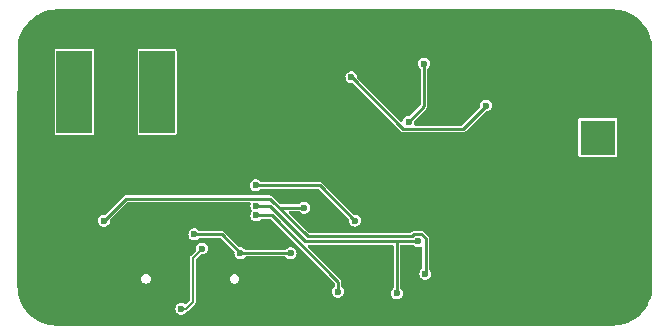
<source format=gbr>
%TF.GenerationSoftware,KiCad,Pcbnew,(6.0.6-0)*%
%TF.CreationDate,2022-07-30T19:28:33+02:00*%
%TF.ProjectId,smoke_extractorV1_1,736d6f6b-655f-4657-9874-726163746f72,rev?*%
%TF.SameCoordinates,Original*%
%TF.FileFunction,Copper,L2,Bot*%
%TF.FilePolarity,Positive*%
%FSLAX46Y46*%
G04 Gerber Fmt 4.6, Leading zero omitted, Abs format (unit mm)*
G04 Created by KiCad (PCBNEW (6.0.6-0)) date 2022-07-30 19:28:33*
%MOMM*%
%LPD*%
G01*
G04 APERTURE LIST*
G04 Aperture macros list*
%AMFreePoly0*
4,1,5,3.500000,-1.500000,-3.500000,-1.500000,-3.500000,1.500000,3.500000,1.500000,3.500000,-1.500000,3.500000,-1.500000,$1*%
G04 Aperture macros list end*
%TA.AperFunction,ComponentPad*%
%ADD10C,5.700000*%
%TD*%
%TA.AperFunction,ComponentPad*%
%ADD11R,3.000000X3.000000*%
%TD*%
%TA.AperFunction,ComponentPad*%
%ADD12C,3.000000*%
%TD*%
%TA.AperFunction,ComponentPad*%
%ADD13FreePoly0,270.000000*%
%TD*%
%TA.AperFunction,ComponentPad*%
%ADD14O,1.500000X1.200000*%
%TD*%
%TA.AperFunction,ViaPad*%
%ADD15C,0.600000*%
%TD*%
%TA.AperFunction,Conductor*%
%ADD16C,0.250000*%
%TD*%
%TA.AperFunction,Conductor*%
%ADD17C,0.200000*%
%TD*%
G04 APERTURE END LIST*
D10*
%TO.P,H2,1,1*%
%TO.N,GND*%
X142750000Y-99500000D03*
%TD*%
D11*
%TO.P,J2,1,Pin_1*%
%TO.N,VBOOST_OUT*%
X141500000Y-106960000D03*
D12*
%TO.P,J2,2,Pin_2*%
%TO.N,GND*%
X141500000Y-112040000D03*
%TD*%
D10*
%TO.P,H1,1,1*%
%TO.N,GND*%
X95750000Y-119500000D03*
%TD*%
D13*
%TO.P,U2,1,IN*%
%TO.N,VBUS_OPEN*%
X97195000Y-103095000D03*
%TO.P,U2,2,OUT*%
%TO.N,VBUS_SWITCH*%
X104195000Y-103095000D03*
%TD*%
D14*
%TO.P,J1,S1,SHIELD*%
%TO.N,GND*%
X104600000Y-116750000D03*
X104600000Y-121050000D03*
X109400000Y-116750000D03*
X109400000Y-121050000D03*
%TD*%
D10*
%TO.P,H3,1,1*%
%TO.N,GND*%
X142750000Y-119500000D03*
%TD*%
D15*
%TO.N,GND*%
X112500000Y-118000000D03*
X112500000Y-119000000D03*
X112500000Y-97500000D03*
X108500000Y-97500000D03*
X107500000Y-97500000D03*
X111500000Y-97500000D03*
X110500000Y-97500000D03*
X109500000Y-97500000D03*
X101500000Y-97500000D03*
X103500000Y-97500000D03*
X105500000Y-97500000D03*
X102500000Y-97500000D03*
X106500000Y-97500000D03*
X104500000Y-97500000D03*
X99500000Y-97500000D03*
X96500000Y-97500000D03*
X95500000Y-97500000D03*
X98500000Y-97500000D03*
X100500000Y-97500000D03*
X97500000Y-97500000D03*
X98500000Y-98500000D03*
X99500000Y-98500000D03*
X97500000Y-98500000D03*
X95500000Y-98500000D03*
X96500000Y-98500000D03*
X100500000Y-98500000D03*
X104500000Y-98500000D03*
X105500000Y-98500000D03*
X102500000Y-98500000D03*
X106500000Y-98500000D03*
X103500000Y-98500000D03*
X101500000Y-98500000D03*
X134500000Y-97500000D03*
X139500000Y-103500000D03*
X137500000Y-101500000D03*
X136500000Y-99500000D03*
X139500000Y-102500000D03*
X139500000Y-101500000D03*
X138500000Y-101500000D03*
X138500000Y-102500000D03*
X137500000Y-99500000D03*
X138500000Y-100500000D03*
X138500000Y-99500000D03*
X137500000Y-100500000D03*
X137500000Y-97500000D03*
X137500000Y-98500000D03*
X138500000Y-98500000D03*
X138500000Y-97500000D03*
X136500000Y-97500000D03*
X135500000Y-97500000D03*
X135500000Y-98500000D03*
X136500000Y-98500000D03*
X135500000Y-107000000D03*
X134000000Y-105000000D03*
X134000000Y-106000000D03*
X135500000Y-113000000D03*
X135500000Y-114000000D03*
X136500000Y-114000000D03*
X136500000Y-109000000D03*
X136500000Y-108000000D03*
X136500000Y-113000000D03*
X136500000Y-112000000D03*
X135500000Y-108000000D03*
X135500000Y-109000000D03*
X136500000Y-111000000D03*
X135500000Y-110000000D03*
X136500000Y-110000000D03*
X135500000Y-112000000D03*
X135500000Y-111000000D03*
X104500000Y-108500000D03*
X103500000Y-108500000D03*
X105500000Y-108500000D03*
X106500000Y-108500000D03*
X98000000Y-112000000D03*
X98000000Y-111000000D03*
X94000000Y-111000000D03*
X95000000Y-112000000D03*
X94000000Y-112000000D03*
X95000000Y-111000000D03*
X97000000Y-112000000D03*
X96000000Y-111000000D03*
X97000000Y-111000000D03*
X96000000Y-112000000D03*
X116500000Y-98500000D03*
X115500000Y-98500000D03*
X107500000Y-99500000D03*
X107500000Y-98500000D03*
X109500000Y-98500000D03*
X111500000Y-99500000D03*
X109500000Y-99500000D03*
X111500000Y-98500000D03*
X108500000Y-99500000D03*
X112500000Y-99500000D03*
X112500000Y-98500000D03*
X108500000Y-98500000D03*
X110500000Y-99500000D03*
X110500000Y-98500000D03*
X112500000Y-106500000D03*
X111500000Y-103500000D03*
X111500000Y-107500000D03*
X111500000Y-105500000D03*
X111500000Y-106500000D03*
X111500000Y-108500000D03*
X111500000Y-104500000D03*
X112500000Y-105500000D03*
X112500000Y-107500000D03*
X112500000Y-108500000D03*
X112500000Y-104500000D03*
X112500000Y-103500000D03*
X109500000Y-103500000D03*
X107500000Y-104500000D03*
X108500000Y-104500000D03*
X109500000Y-104500000D03*
X110500000Y-104500000D03*
X110500000Y-103500000D03*
X107500000Y-107500000D03*
X107500000Y-108500000D03*
X108500000Y-107500000D03*
X110500000Y-108500000D03*
X110500000Y-107500000D03*
X109500000Y-108500000D03*
X109500000Y-107500000D03*
X108500000Y-108500000D03*
X107500000Y-103500000D03*
X109500000Y-105500000D03*
X110500000Y-105500000D03*
X110500000Y-106500000D03*
X108500000Y-106500000D03*
X109500000Y-106500000D03*
X107500000Y-106500000D03*
X108500000Y-103500000D03*
X107500000Y-105500000D03*
X108500000Y-105500000D03*
X126000000Y-114000000D03*
X129000000Y-114000000D03*
X128000000Y-114000000D03*
X127000000Y-114000000D03*
X126000000Y-113000000D03*
X127000000Y-113000000D03*
X129000000Y-113000000D03*
X128000000Y-113000000D03*
X129000000Y-112000000D03*
X127000000Y-112000000D03*
X128000000Y-112000000D03*
X126000000Y-112000000D03*
X128000000Y-111000000D03*
X129000000Y-111000000D03*
X126000000Y-111000000D03*
X127000000Y-111000000D03*
X126000000Y-110000000D03*
X127000000Y-110000000D03*
X128000000Y-110000000D03*
X129000000Y-110000000D03*
X128000000Y-109000000D03*
X129000000Y-109000000D03*
X126000000Y-109000000D03*
X127000000Y-109000000D03*
X129000000Y-108000000D03*
X128000000Y-108000000D03*
X127000000Y-108000000D03*
X126000000Y-108000000D03*
%TO.N,VBUS_RAW*%
X111250000Y-116750000D03*
X107350000Y-115150000D03*
X115500000Y-116750000D03*
%TO.N,GND*%
X122500000Y-120000000D03*
%TO.N,Net-(C3-Pad1)*%
X126800000Y-100700000D03*
X125481201Y-105612500D03*
%TO.N,CHG_DET*%
X112600000Y-113550000D03*
X119500000Y-120000000D03*
%TO.N,CC1_DET*%
X112600000Y-112750000D03*
X126300000Y-115750000D03*
X124500000Y-120150000D03*
%TO.N,CC2_DET*%
X112550000Y-111000000D03*
X120950000Y-113987500D03*
%TO.N,D-*%
X106250000Y-121450000D03*
X108000000Y-116350000D03*
%TO.N,V_CC_REF*%
X126900000Y-118500000D03*
X99700000Y-114000000D03*
X116650000Y-112887500D03*
%TO.N,Net-(R16-Pad2)*%
X120650000Y-101850000D03*
X132050000Y-104250000D03*
%TD*%
D16*
%TO.N,VBUS_RAW*%
X109650000Y-115150000D02*
X111250000Y-116750000D01*
X111250000Y-116750000D02*
X115500000Y-116750000D01*
X107350000Y-115150000D02*
X109650000Y-115150000D01*
%TO.N,Net-(C3-Pad1)*%
X126800000Y-104300000D02*
X125500000Y-105600000D01*
X126800000Y-100700000D02*
X126800000Y-104300000D01*
%TO.N,CHG_DET*%
X119500000Y-120000000D02*
X119500000Y-119150000D01*
X113900000Y-113550000D02*
X112600000Y-113550000D01*
X119500000Y-119150000D02*
X113900000Y-113550000D01*
%TO.N,CC1_DET*%
X124456802Y-115756802D02*
X126293198Y-115756802D01*
X124500000Y-120150000D02*
X124500000Y-115800000D01*
X113736396Y-112750000D02*
X116743198Y-115756802D01*
X126293198Y-115756802D02*
X126300000Y-115750000D01*
X112600000Y-112750000D02*
X113736396Y-112750000D01*
X116743198Y-115756802D02*
X124456802Y-115756802D01*
X124500000Y-115800000D02*
X124456802Y-115756802D01*
%TO.N,CC2_DET*%
X120950000Y-113987500D02*
X117962500Y-111000000D01*
X117962500Y-111000000D02*
X112550000Y-111000000D01*
D17*
%TO.N,D-*%
X106650000Y-121450000D02*
X106250000Y-121450000D01*
X107200000Y-120900000D02*
X106650000Y-121450000D01*
X107200000Y-117150000D02*
X107200000Y-120900000D01*
X108000000Y-116350000D02*
X107200000Y-117150000D01*
D16*
%TO.N,V_CC_REF*%
X126558884Y-115125000D02*
X126925000Y-115491116D01*
X125964762Y-115123346D02*
X126541844Y-115123346D01*
X101575000Y-112125000D02*
X113747792Y-112125000D01*
X113747792Y-112125000D02*
X116929594Y-115306802D01*
X125800000Y-115306802D02*
X125981802Y-115125000D01*
X126925000Y-118475000D02*
X126900000Y-118500000D01*
X126925000Y-115491116D02*
X126925000Y-118475000D01*
X99700000Y-114000000D02*
X101575000Y-112125000D01*
X116929594Y-115306802D02*
X125800000Y-115306802D01*
X116650000Y-112887500D02*
X114510292Y-112887500D01*
%TO.N,Net-(R16-Pad2)*%
X120667040Y-101851654D02*
X125042040Y-106226654D01*
X130092040Y-106226654D02*
X132067040Y-104251654D01*
X125042040Y-106226654D02*
X130092040Y-106226654D01*
%TD*%
%TA.AperFunction,Conductor*%
%TO.N,GND*%
G36*
X142744392Y-96102669D02*
G01*
X142759477Y-96102625D01*
X142775510Y-96106871D01*
X142787019Y-96103752D01*
X142789454Y-96104459D01*
X142789523Y-96103073D01*
X143119982Y-96119539D01*
X143133175Y-96120895D01*
X143300277Y-96147036D01*
X143467374Y-96173175D01*
X143480361Y-96175914D01*
X143643784Y-96219487D01*
X143807212Y-96263060D01*
X143819829Y-96267148D01*
X144135695Y-96388191D01*
X144147820Y-96393586D01*
X144154505Y-96396993D01*
X144449200Y-96547184D01*
X144460691Y-96553825D01*
X144744233Y-96738268D01*
X144754963Y-96746081D01*
X145017541Y-96959337D01*
X145027389Y-96968236D01*
X145229167Y-97170864D01*
X145266071Y-97207924D01*
X145274928Y-97217809D01*
X145487074Y-97481277D01*
X145494842Y-97492039D01*
X145678096Y-97776361D01*
X145684688Y-97787880D01*
X145688043Y-97794530D01*
X145837019Y-98089904D01*
X145842363Y-98102053D01*
X145962074Y-98418417D01*
X145966111Y-98431061D01*
X146051879Y-98758263D01*
X146054564Y-98771261D01*
X146105438Y-99105681D01*
X146106740Y-99118890D01*
X146121823Y-99449552D01*
X146120789Y-99449599D01*
X146121261Y-99451588D01*
X146118005Y-99463404D01*
X146122184Y-99479457D01*
X146122084Y-99493552D01*
X146122500Y-99496804D01*
X146122500Y-119494485D01*
X146122027Y-119498214D01*
X146122153Y-119511820D01*
X146118008Y-119527886D01*
X146121270Y-119539622D01*
X146120611Y-119541944D01*
X146121930Y-119541998D01*
X146112705Y-119768963D01*
X146109331Y-119851960D01*
X146108194Y-119864480D01*
X146063666Y-120179456D01*
X146061288Y-120191800D01*
X145985600Y-120500751D01*
X145982004Y-120512796D01*
X145875905Y-120812678D01*
X145871126Y-120824306D01*
X145755985Y-121068963D01*
X145735671Y-121112126D01*
X145729759Y-121123216D01*
X145695437Y-121180514D01*
X145566299Y-121396102D01*
X145559309Y-121406551D01*
X145369472Y-121661790D01*
X145361476Y-121671490D01*
X145147149Y-121906544D01*
X145138226Y-121915399D01*
X144901546Y-122127924D01*
X144891785Y-122135846D01*
X144635104Y-122323730D01*
X144624602Y-122330640D01*
X144350481Y-122492009D01*
X144339344Y-122497838D01*
X144050496Y-122631095D01*
X144038832Y-122635785D01*
X143738149Y-122739594D01*
X143726076Y-122743098D01*
X143416553Y-122816426D01*
X143404192Y-122818710D01*
X143283104Y-122834887D01*
X143088889Y-122860833D01*
X143076376Y-122861872D01*
X142766490Y-122872101D01*
X142766455Y-122871037D01*
X142764398Y-122871502D01*
X142752232Y-122868021D01*
X142736138Y-122872043D01*
X142724166Y-122871840D01*
X142718804Y-122872500D01*
X95770728Y-122872500D01*
X95764462Y-122871743D01*
X95753391Y-122871981D01*
X95737281Y-122868032D01*
X95725620Y-122871426D01*
X95723272Y-122870791D01*
X95723234Y-122872121D01*
X95723233Y-122872121D01*
X95677082Y-122870789D01*
X95412300Y-122863146D01*
X95399679Y-122862144D01*
X95083482Y-122820989D01*
X95071026Y-122818727D01*
X94967429Y-122794469D01*
X94760557Y-122746030D01*
X94748384Y-122742526D01*
X94446779Y-122639023D01*
X94435020Y-122634314D01*
X94145328Y-122501049D01*
X94134130Y-122495198D01*
X93859267Y-122333512D01*
X93848699Y-122326557D01*
X93844841Y-122323730D01*
X93591476Y-122138101D01*
X93581647Y-122130110D01*
X93344656Y-121916788D01*
X93335679Y-121907851D01*
X93121300Y-121671808D01*
X93113266Y-121662015D01*
X93063114Y-121594199D01*
X92951907Y-121443823D01*
X105744391Y-121443823D01*
X105762980Y-121585979D01*
X105766597Y-121594199D01*
X105809421Y-121691523D01*
X105820720Y-121717203D01*
X105912970Y-121826948D01*
X106032313Y-121906390D01*
X106169157Y-121949142D01*
X106178129Y-121949306D01*
X106178132Y-121949307D01*
X106243463Y-121950504D01*
X106312499Y-121951770D01*
X106321533Y-121949307D01*
X106442158Y-121916421D01*
X106442160Y-121916420D01*
X106450817Y-121914060D01*
X106572991Y-121839045D01*
X106669200Y-121732754D01*
X106670340Y-121733786D01*
X106717374Y-121694825D01*
X106727998Y-121691523D01*
X106735569Y-121688387D01*
X106747741Y-121685966D01*
X106758057Y-121679073D01*
X106758059Y-121679072D01*
X106777535Y-121666058D01*
X106777536Y-121666057D01*
X106820286Y-121637493D01*
X106830601Y-121630601D01*
X106837493Y-121620286D01*
X106837495Y-121620284D01*
X106837688Y-121619995D01*
X106853358Y-121600902D01*
X107350902Y-121103358D01*
X107369995Y-121087688D01*
X107370284Y-121087495D01*
X107370286Y-121087493D01*
X107380601Y-121080601D01*
X107435966Y-120997740D01*
X107450500Y-120924674D01*
X107450500Y-120924673D01*
X107451978Y-120917243D01*
X107452987Y-120912172D01*
X107452987Y-120912171D01*
X107455408Y-120900000D01*
X107452921Y-120887497D01*
X107450500Y-120862915D01*
X107450500Y-118900000D01*
X110334542Y-118900000D01*
X110336093Y-118909793D01*
X110350635Y-119001605D01*
X110354876Y-119028384D01*
X110413887Y-119144200D01*
X110505800Y-119236113D01*
X110621616Y-119295124D01*
X110631405Y-119296674D01*
X110631407Y-119296675D01*
X110740207Y-119313907D01*
X110750000Y-119315458D01*
X110759793Y-119313907D01*
X110868593Y-119296675D01*
X110868595Y-119296674D01*
X110878384Y-119295124D01*
X110994200Y-119236113D01*
X111086113Y-119144200D01*
X111145124Y-119028384D01*
X111149366Y-119001605D01*
X111163907Y-118909793D01*
X111165458Y-118900000D01*
X111145124Y-118771616D01*
X111086113Y-118655800D01*
X110994200Y-118563887D01*
X110878384Y-118504876D01*
X110868595Y-118503326D01*
X110868593Y-118503325D01*
X110759793Y-118486093D01*
X110750000Y-118484542D01*
X110740207Y-118486093D01*
X110631407Y-118503325D01*
X110631405Y-118503326D01*
X110621616Y-118504876D01*
X110505800Y-118563887D01*
X110413887Y-118655800D01*
X110354876Y-118771616D01*
X110334542Y-118900000D01*
X107450500Y-118900000D01*
X107450500Y-117305951D01*
X107470502Y-117237830D01*
X107487405Y-117216856D01*
X107819562Y-116884699D01*
X107881874Y-116850673D01*
X107919147Y-116849675D01*
X107919157Y-116849142D01*
X108062499Y-116851770D01*
X108071163Y-116849408D01*
X108192158Y-116816421D01*
X108192160Y-116816420D01*
X108200817Y-116814060D01*
X108322991Y-116739045D01*
X108419200Y-116632754D01*
X108481710Y-116503733D01*
X108505496Y-116362354D01*
X108505647Y-116350000D01*
X108497473Y-116292924D01*
X108486596Y-116216968D01*
X108486595Y-116216965D01*
X108485323Y-116208082D01*
X108425984Y-116077572D01*
X108386977Y-116032302D01*
X108338260Y-115975763D01*
X108338257Y-115975760D01*
X108332400Y-115968963D01*
X108212095Y-115890985D01*
X108074739Y-115849907D01*
X108065763Y-115849852D01*
X108065762Y-115849852D01*
X108005555Y-115849484D01*
X107931376Y-115849031D01*
X107793529Y-115888428D01*
X107672280Y-115964930D01*
X107577377Y-116072388D01*
X107516447Y-116202163D01*
X107509404Y-116247397D01*
X107497638Y-116322969D01*
X107494391Y-116343823D01*
X107495555Y-116352725D01*
X107495555Y-116352729D01*
X107504560Y-116421589D01*
X107493560Y-116491728D01*
X107468719Y-116527021D01*
X107049098Y-116946642D01*
X107030005Y-116962312D01*
X107029716Y-116962505D01*
X107029714Y-116962507D01*
X107019399Y-116969399D01*
X107012507Y-116979714D01*
X107012505Y-116979716D01*
X106995942Y-117004505D01*
X106995941Y-117004507D01*
X106970927Y-117041942D01*
X106970926Y-117041944D01*
X106964034Y-117052259D01*
X106944592Y-117150000D01*
X106947013Y-117162171D01*
X106947013Y-117162172D01*
X106947079Y-117162504D01*
X106949500Y-117187085D01*
X106949500Y-120744050D01*
X106929498Y-120812171D01*
X106912595Y-120833145D01*
X106711745Y-121033995D01*
X106649433Y-121068021D01*
X106578618Y-121062956D01*
X106554125Y-121050636D01*
X106462095Y-120990985D01*
X106324739Y-120949907D01*
X106315763Y-120949852D01*
X106315762Y-120949852D01*
X106255555Y-120949484D01*
X106181376Y-120949031D01*
X106043529Y-120988428D01*
X105922280Y-121064930D01*
X105827377Y-121172388D01*
X105766447Y-121302163D01*
X105765066Y-121311035D01*
X105750336Y-121405643D01*
X105744391Y-121443823D01*
X92951907Y-121443823D01*
X92923669Y-121405639D01*
X92916661Y-121395092D01*
X92861438Y-121302163D01*
X92753763Y-121120971D01*
X92747850Y-121109774D01*
X92613300Y-120820686D01*
X92608539Y-120808948D01*
X92553816Y-120651770D01*
X92503698Y-120507818D01*
X92500140Y-120495666D01*
X92489570Y-120451413D01*
X92426055Y-120185498D01*
X92423741Y-120173070D01*
X92381178Y-119857060D01*
X92380120Y-119844437D01*
X92369762Y-119533592D01*
X92370792Y-119533558D01*
X92370342Y-119531565D01*
X92373799Y-119519486D01*
X92369778Y-119503392D01*
X92369982Y-119491356D01*
X92369331Y-119486055D01*
X92369545Y-118900000D01*
X102834543Y-118900000D01*
X102836094Y-118909793D01*
X102850246Y-118999142D01*
X102854877Y-119028383D01*
X102913888Y-119144199D01*
X103005801Y-119236112D01*
X103121617Y-119295123D01*
X103131407Y-119296674D01*
X103131408Y-119296674D01*
X103240207Y-119313906D01*
X103250000Y-119315457D01*
X103259793Y-119313906D01*
X103368592Y-119296674D01*
X103368593Y-119296674D01*
X103378383Y-119295123D01*
X103494199Y-119236112D01*
X103586112Y-119144199D01*
X103645123Y-119028383D01*
X103649755Y-118999142D01*
X103663906Y-118909793D01*
X103665457Y-118900000D01*
X103645123Y-118771617D01*
X103586112Y-118655801D01*
X103494199Y-118563888D01*
X103378383Y-118504877D01*
X103368593Y-118503326D01*
X103368592Y-118503326D01*
X103259793Y-118486094D01*
X103250000Y-118484543D01*
X103240207Y-118486094D01*
X103131408Y-118503326D01*
X103131407Y-118503326D01*
X103121617Y-118504877D01*
X103005801Y-118563888D01*
X102913888Y-118655801D01*
X102854877Y-118771617D01*
X102834543Y-118900000D01*
X92369545Y-118900000D01*
X92370918Y-115143823D01*
X106844391Y-115143823D01*
X106862980Y-115285979D01*
X106875967Y-115315494D01*
X106905944Y-115383621D01*
X106920720Y-115417203D01*
X106926497Y-115424076D01*
X106926498Y-115424077D01*
X106933792Y-115432754D01*
X107012970Y-115526948D01*
X107132313Y-115606390D01*
X107269157Y-115649142D01*
X107278129Y-115649306D01*
X107278132Y-115649307D01*
X107343463Y-115650504D01*
X107412499Y-115651770D01*
X107421533Y-115649307D01*
X107542158Y-115616421D01*
X107542160Y-115616420D01*
X107550817Y-115614060D01*
X107672991Y-115539045D01*
X107738252Y-115466945D01*
X107798796Y-115429864D01*
X107831668Y-115425500D01*
X109483694Y-115425500D01*
X109551815Y-115445502D01*
X109572789Y-115462405D01*
X110713936Y-116603552D01*
X110747962Y-116665864D01*
X110749341Y-116712032D01*
X110744391Y-116743823D01*
X110745555Y-116752725D01*
X110745555Y-116752728D01*
X110746814Y-116762354D01*
X110762980Y-116885979D01*
X110820720Y-117017203D01*
X110826497Y-117024076D01*
X110826498Y-117024077D01*
X110860416Y-117064427D01*
X110912970Y-117126948D01*
X111032313Y-117206390D01*
X111169157Y-117249142D01*
X111178129Y-117249306D01*
X111178132Y-117249307D01*
X111243463Y-117250504D01*
X111312499Y-117251770D01*
X111321533Y-117249307D01*
X111442158Y-117216421D01*
X111442160Y-117216420D01*
X111450817Y-117214060D01*
X111572991Y-117139045D01*
X111638252Y-117066945D01*
X111698796Y-117029864D01*
X111731668Y-117025500D01*
X115019006Y-117025500D01*
X115087127Y-117045502D01*
X115115455Y-117070423D01*
X115162970Y-117126948D01*
X115282313Y-117206390D01*
X115419157Y-117249142D01*
X115428129Y-117249306D01*
X115428132Y-117249307D01*
X115493463Y-117250504D01*
X115562499Y-117251770D01*
X115571533Y-117249307D01*
X115692158Y-117216421D01*
X115692160Y-117216420D01*
X115700817Y-117214060D01*
X115822991Y-117139045D01*
X115919200Y-117032754D01*
X115981710Y-116903733D01*
X116005496Y-116762354D01*
X116005647Y-116750000D01*
X115993598Y-116665864D01*
X115986596Y-116616968D01*
X115986595Y-116616965D01*
X115985323Y-116608082D01*
X115925984Y-116477572D01*
X115877746Y-116421589D01*
X115838260Y-116375763D01*
X115838257Y-116375760D01*
X115832400Y-116368963D01*
X115712095Y-116290985D01*
X115574739Y-116249907D01*
X115565763Y-116249852D01*
X115565762Y-116249852D01*
X115505555Y-116249484D01*
X115431376Y-116249031D01*
X115293529Y-116288428D01*
X115172280Y-116364930D01*
X115166338Y-116371658D01*
X115166337Y-116371659D01*
X115113127Y-116431908D01*
X115053042Y-116469726D01*
X115018686Y-116474500D01*
X111731091Y-116474500D01*
X111662970Y-116454498D01*
X111635638Y-116430748D01*
X111588260Y-116375763D01*
X111588257Y-116375760D01*
X111582400Y-116368963D01*
X111462095Y-116290985D01*
X111324739Y-116249907D01*
X111315763Y-116249852D01*
X111315762Y-116249852D01*
X111190122Y-116249084D01*
X111122125Y-116228666D01*
X111101797Y-116212181D01*
X109872772Y-114983156D01*
X109857102Y-114964064D01*
X109855515Y-114961689D01*
X109848624Y-114951376D01*
X109825623Y-114936007D01*
X109827212Y-114933630D01*
X109827210Y-114933629D01*
X109825622Y-114936006D01*
X109799468Y-114918531D01*
X109799466Y-114918528D01*
X109799465Y-114918529D01*
X109767811Y-114897378D01*
X109757495Y-114890485D01*
X109745326Y-114888064D01*
X109745325Y-114888064D01*
X109677133Y-114874500D01*
X109662172Y-114871524D01*
X109662171Y-114871524D01*
X109650000Y-114869103D01*
X109637829Y-114871524D01*
X109635039Y-114872079D01*
X109610457Y-114874500D01*
X107831091Y-114874500D01*
X107762970Y-114854498D01*
X107735638Y-114830748D01*
X107688260Y-114775763D01*
X107688257Y-114775760D01*
X107682400Y-114768963D01*
X107562095Y-114690985D01*
X107424739Y-114649907D01*
X107415763Y-114649852D01*
X107415762Y-114649852D01*
X107355555Y-114649484D01*
X107281376Y-114649031D01*
X107143529Y-114688428D01*
X107022280Y-114764930D01*
X106927377Y-114872388D01*
X106866447Y-115002163D01*
X106844391Y-115143823D01*
X92370918Y-115143823D01*
X92371339Y-113993823D01*
X99194391Y-113993823D01*
X99195555Y-114002725D01*
X99195555Y-114002728D01*
X99201947Y-114051605D01*
X99212980Y-114135979D01*
X99270720Y-114267203D01*
X99276497Y-114274076D01*
X99276498Y-114274077D01*
X99278877Y-114276907D01*
X99362970Y-114376948D01*
X99482313Y-114456390D01*
X99619157Y-114499142D01*
X99628129Y-114499306D01*
X99628132Y-114499307D01*
X99693463Y-114500504D01*
X99762499Y-114501770D01*
X99771533Y-114499307D01*
X99892158Y-114466421D01*
X99892160Y-114466420D01*
X99900817Y-114464060D01*
X100022991Y-114389045D01*
X100119200Y-114282754D01*
X100181710Y-114153733D01*
X100205496Y-114012354D01*
X100205647Y-114000000D01*
X100201702Y-113972451D01*
X100200047Y-113960892D01*
X100210191Y-113890623D01*
X100235680Y-113853936D01*
X101652211Y-112437405D01*
X101714523Y-112403379D01*
X101741306Y-112400500D01*
X112012775Y-112400500D01*
X112080896Y-112420502D01*
X112127389Y-112474158D01*
X112137493Y-112544432D01*
X112126830Y-112580049D01*
X112116447Y-112602163D01*
X112094391Y-112743823D01*
X112112980Y-112885979D01*
X112170720Y-113017203D01*
X112197712Y-113049314D01*
X112214009Y-113068702D01*
X112242530Y-113133718D01*
X112231374Y-113203832D01*
X112212000Y-113233184D01*
X112201593Y-113244968D01*
X112177377Y-113272388D01*
X112116447Y-113402163D01*
X112115066Y-113411035D01*
X112097180Y-113525912D01*
X112094391Y-113543823D01*
X112095555Y-113552725D01*
X112095555Y-113552728D01*
X112102582Y-113606463D01*
X112112980Y-113685979D01*
X112170720Y-113817203D01*
X112176497Y-113824076D01*
X112176498Y-113824077D01*
X112257190Y-113920072D01*
X112262970Y-113926948D01*
X112270447Y-113931925D01*
X112372714Y-114000000D01*
X112382313Y-114006390D01*
X112519157Y-114049142D01*
X112528129Y-114049306D01*
X112528132Y-114049307D01*
X112593463Y-114050504D01*
X112662499Y-114051770D01*
X112671533Y-114049307D01*
X112792158Y-114016421D01*
X112792160Y-114016420D01*
X112800817Y-114014060D01*
X112922991Y-113939045D01*
X112988252Y-113866945D01*
X113048796Y-113829864D01*
X113081668Y-113825500D01*
X113733694Y-113825500D01*
X113801815Y-113845502D01*
X113822789Y-113862405D01*
X119187595Y-119227211D01*
X119221621Y-119289523D01*
X119224500Y-119316306D01*
X119224500Y-119513938D01*
X119204498Y-119582059D01*
X119180164Y-119609891D01*
X119179870Y-119610141D01*
X119172280Y-119614930D01*
X119077377Y-119722388D01*
X119016447Y-119852163D01*
X118994391Y-119993823D01*
X118995555Y-120002725D01*
X118995555Y-120002728D01*
X118997441Y-120017149D01*
X119012980Y-120135979D01*
X119016597Y-120144199D01*
X119052981Y-120226887D01*
X119070720Y-120267203D01*
X119076497Y-120274076D01*
X119076498Y-120274077D01*
X119108219Y-120311814D01*
X119162970Y-120376948D01*
X119282313Y-120456390D01*
X119419157Y-120499142D01*
X119428129Y-120499306D01*
X119428132Y-120499307D01*
X119493463Y-120500504D01*
X119562499Y-120501770D01*
X119571533Y-120499307D01*
X119692158Y-120466421D01*
X119692160Y-120466420D01*
X119700817Y-120464060D01*
X119822991Y-120389045D01*
X119919200Y-120282754D01*
X119981710Y-120153733D01*
X120005496Y-120012354D01*
X120005647Y-120000000D01*
X119988707Y-119881710D01*
X119986596Y-119866968D01*
X119986595Y-119866965D01*
X119985323Y-119858082D01*
X119925984Y-119727572D01*
X119871153Y-119663938D01*
X119838259Y-119625762D01*
X119838257Y-119625760D01*
X119832400Y-119618963D01*
X119824869Y-119614082D01*
X119818671Y-119608675D01*
X119780486Y-119548822D01*
X119775500Y-119513726D01*
X119775500Y-119189543D01*
X119777921Y-119164961D01*
X119778476Y-119162171D01*
X119780897Y-119150000D01*
X119775500Y-119122867D01*
X119759515Y-119042505D01*
X119698624Y-118951376D01*
X119685936Y-118942898D01*
X119666844Y-118927228D01*
X116987013Y-116247397D01*
X116952987Y-116185085D01*
X116958052Y-116114270D01*
X117000599Y-116057434D01*
X117067119Y-116032623D01*
X117076108Y-116032302D01*
X124098500Y-116032302D01*
X124166621Y-116052304D01*
X124213114Y-116105960D01*
X124224500Y-116158302D01*
X124224500Y-119663938D01*
X124204498Y-119732059D01*
X124180164Y-119759891D01*
X124179870Y-119760141D01*
X124172280Y-119764930D01*
X124077377Y-119872388D01*
X124016447Y-120002163D01*
X124014142Y-120016968D01*
X123996999Y-120127074D01*
X123994391Y-120143823D01*
X123995555Y-120152725D01*
X123995555Y-120152728D01*
X124000665Y-120191800D01*
X124012980Y-120285979D01*
X124070720Y-120417203D01*
X124076497Y-120424076D01*
X124076498Y-120424077D01*
X124139597Y-120499142D01*
X124162970Y-120526948D01*
X124282313Y-120606390D01*
X124419157Y-120649142D01*
X124428129Y-120649306D01*
X124428132Y-120649307D01*
X124493463Y-120650504D01*
X124562499Y-120651770D01*
X124571533Y-120649307D01*
X124692158Y-120616421D01*
X124692160Y-120616420D01*
X124700817Y-120614060D01*
X124822991Y-120539045D01*
X124851253Y-120507822D01*
X124913178Y-120439407D01*
X124919200Y-120432754D01*
X124981710Y-120303733D01*
X125005496Y-120162354D01*
X125005647Y-120150000D01*
X124997473Y-120092924D01*
X124986596Y-120016968D01*
X124986595Y-120016965D01*
X124985323Y-120008082D01*
X124925984Y-119877572D01*
X124897087Y-119844036D01*
X124838259Y-119775762D01*
X124838257Y-119775760D01*
X124832400Y-119768963D01*
X124824869Y-119764082D01*
X124818671Y-119758675D01*
X124780486Y-119698822D01*
X124775500Y-119663726D01*
X124775500Y-116158302D01*
X124795502Y-116090181D01*
X124849158Y-116043688D01*
X124901500Y-116032302D01*
X125824724Y-116032302D01*
X125892845Y-116052304D01*
X125921173Y-116077224D01*
X125962970Y-116126948D01*
X126082313Y-116206390D01*
X126219157Y-116249142D01*
X126228129Y-116249306D01*
X126228132Y-116249307D01*
X126293463Y-116250504D01*
X126362499Y-116251770D01*
X126490360Y-116216911D01*
X126561341Y-116218290D01*
X126620310Y-116257827D01*
X126648542Y-116322969D01*
X126649500Y-116338474D01*
X126649500Y-117996724D01*
X126629498Y-118064845D01*
X126590734Y-118103286D01*
X126579875Y-118110137D01*
X126579871Y-118110141D01*
X126572280Y-118114930D01*
X126477377Y-118222388D01*
X126416447Y-118352163D01*
X126415066Y-118361035D01*
X126395836Y-118484543D01*
X126394391Y-118493823D01*
X126395555Y-118502725D01*
X126395555Y-118502728D01*
X126396425Y-118509377D01*
X126412980Y-118635979D01*
X126421702Y-118655801D01*
X126460800Y-118744657D01*
X126470720Y-118767203D01*
X126476497Y-118774076D01*
X126476498Y-118774077D01*
X126483792Y-118782754D01*
X126562970Y-118876948D01*
X126570447Y-118881925D01*
X126674781Y-118951376D01*
X126682313Y-118956390D01*
X126819157Y-118999142D01*
X126828129Y-118999306D01*
X126828132Y-118999307D01*
X126893463Y-119000504D01*
X126962499Y-119001770D01*
X126971533Y-118999307D01*
X127092158Y-118966421D01*
X127092160Y-118966420D01*
X127100817Y-118964060D01*
X127222991Y-118889045D01*
X127319200Y-118782754D01*
X127376429Y-118664633D01*
X127377795Y-118661814D01*
X127377795Y-118661813D01*
X127381710Y-118653733D01*
X127405496Y-118512354D01*
X127405572Y-118506136D01*
X127405588Y-118504859D01*
X127405588Y-118504854D01*
X127405647Y-118500000D01*
X127385323Y-118358082D01*
X127325984Y-118227572D01*
X127232400Y-118118963D01*
X127234932Y-118116781D01*
X127205491Y-118070645D01*
X127200500Y-118035535D01*
X127200500Y-115530659D01*
X127202921Y-115506077D01*
X127203476Y-115503287D01*
X127205897Y-115491116D01*
X127184515Y-115383621D01*
X127138994Y-115315494D01*
X127138993Y-115315493D01*
X127123624Y-115292492D01*
X127110936Y-115284014D01*
X127091844Y-115268344D01*
X126734506Y-114911006D01*
X126700171Y-114888064D01*
X126676696Y-114872379D01*
X126676695Y-114872379D01*
X126666378Y-114865485D01*
X126654209Y-114863064D01*
X126654208Y-114863064D01*
X126571055Y-114846524D01*
X126558884Y-114844103D01*
X126546713Y-114846524D01*
X126541079Y-114846524D01*
X126527656Y-114847846D01*
X126013030Y-114847846D01*
X125999607Y-114846524D01*
X125993973Y-114846524D01*
X125981802Y-114844103D01*
X125969631Y-114846524D01*
X125963997Y-114846524D01*
X125950574Y-114847846D01*
X125937629Y-114847846D01*
X125857267Y-114863831D01*
X125766138Y-114924722D01*
X125759245Y-114935038D01*
X125732340Y-114975304D01*
X125677863Y-115020832D01*
X125627575Y-115031302D01*
X117095900Y-115031302D01*
X117027779Y-115011300D01*
X117006805Y-114994397D01*
X115390503Y-113378095D01*
X115356477Y-113315783D01*
X115361542Y-113244968D01*
X115404089Y-113188132D01*
X115470609Y-113163321D01*
X115479598Y-113163000D01*
X116169006Y-113163000D01*
X116237127Y-113183002D01*
X116265455Y-113207923D01*
X116312970Y-113264448D01*
X116432313Y-113343890D01*
X116569157Y-113386642D01*
X116578129Y-113386806D01*
X116578132Y-113386807D01*
X116643463Y-113388004D01*
X116712499Y-113389270D01*
X116721533Y-113386807D01*
X116842158Y-113353921D01*
X116842160Y-113353920D01*
X116850817Y-113351560D01*
X116972991Y-113276545D01*
X116982845Y-113265659D01*
X117063178Y-113176907D01*
X117069200Y-113170254D01*
X117104089Y-113098243D01*
X117127795Y-113049314D01*
X117127795Y-113049313D01*
X117131710Y-113041233D01*
X117155496Y-112899854D01*
X117155647Y-112887500D01*
X117135323Y-112745582D01*
X117075984Y-112615072D01*
X117045808Y-112580051D01*
X116988260Y-112513263D01*
X116988257Y-112513260D01*
X116982400Y-112506463D01*
X116862095Y-112428485D01*
X116724739Y-112387407D01*
X116715763Y-112387352D01*
X116715762Y-112387352D01*
X116655555Y-112386984D01*
X116581376Y-112386531D01*
X116443529Y-112425928D01*
X116322280Y-112502430D01*
X116316338Y-112509158D01*
X116316337Y-112509159D01*
X116263127Y-112569408D01*
X116203042Y-112607226D01*
X116168686Y-112612000D01*
X114676598Y-112612000D01*
X114608477Y-112591998D01*
X114587503Y-112575095D01*
X113970564Y-111958156D01*
X113954894Y-111939064D01*
X113953307Y-111936689D01*
X113946416Y-111926376D01*
X113923415Y-111911007D01*
X113925004Y-111908630D01*
X113925002Y-111908629D01*
X113923414Y-111911006D01*
X113897260Y-111893531D01*
X113897258Y-111893528D01*
X113897257Y-111893529D01*
X113865603Y-111872378D01*
X113855287Y-111865485D01*
X113843118Y-111863064D01*
X113843117Y-111863064D01*
X113774925Y-111849500D01*
X113759964Y-111846524D01*
X113759963Y-111846524D01*
X113747792Y-111844103D01*
X113735621Y-111846524D01*
X113732831Y-111847079D01*
X113708249Y-111849500D01*
X101614537Y-111849500D01*
X101589957Y-111847079D01*
X101587172Y-111846525D01*
X101575000Y-111844104D01*
X101562828Y-111846525D01*
X101547876Y-111849499D01*
X101547868Y-111849500D01*
X101547865Y-111849500D01*
X101547860Y-111849501D01*
X101512344Y-111856566D01*
X101467505Y-111865485D01*
X101399378Y-111911006D01*
X101399377Y-111911007D01*
X101376376Y-111926376D01*
X101369485Y-111936689D01*
X101367898Y-111939064D01*
X101352228Y-111958156D01*
X99847485Y-113462899D01*
X99785173Y-113496925D01*
X99757621Y-113499802D01*
X99673614Y-113499289D01*
X99631376Y-113499031D01*
X99493529Y-113538428D01*
X99372280Y-113614930D01*
X99277377Y-113722388D01*
X99216447Y-113852163D01*
X99211132Y-113886302D01*
X99197719Y-113972451D01*
X99194391Y-113993823D01*
X92371339Y-113993823D01*
X92372435Y-110993823D01*
X112044391Y-110993823D01*
X112062980Y-111135979D01*
X112120720Y-111267203D01*
X112126497Y-111274076D01*
X112126498Y-111274077D01*
X112133792Y-111282754D01*
X112212970Y-111376948D01*
X112332313Y-111456390D01*
X112469157Y-111499142D01*
X112478129Y-111499306D01*
X112478132Y-111499307D01*
X112543463Y-111500504D01*
X112612499Y-111501770D01*
X112621533Y-111499307D01*
X112742158Y-111466421D01*
X112742160Y-111466420D01*
X112750817Y-111464060D01*
X112872991Y-111389045D01*
X112938252Y-111316945D01*
X112998796Y-111279864D01*
X113031668Y-111275500D01*
X117796194Y-111275500D01*
X117864315Y-111295502D01*
X117885289Y-111312405D01*
X120413936Y-113841052D01*
X120447962Y-113903364D01*
X120449341Y-113949532D01*
X120444391Y-113981323D01*
X120445555Y-113990225D01*
X120445555Y-113990228D01*
X120449076Y-114017149D01*
X120462980Y-114123479D01*
X120520720Y-114254703D01*
X120526497Y-114261576D01*
X120526498Y-114261577D01*
X120607190Y-114357572D01*
X120612970Y-114364448D01*
X120732313Y-114443890D01*
X120869157Y-114486642D01*
X120878129Y-114486806D01*
X120878132Y-114486807D01*
X120943463Y-114488004D01*
X121012499Y-114489270D01*
X121021533Y-114486807D01*
X121142158Y-114453921D01*
X121142160Y-114453920D01*
X121150817Y-114451560D01*
X121272991Y-114376545D01*
X121369200Y-114270254D01*
X121431710Y-114141233D01*
X121455496Y-113999854D01*
X121455647Y-113987500D01*
X121442902Y-113898504D01*
X121436596Y-113854468D01*
X121436595Y-113854465D01*
X121435323Y-113845582D01*
X121429491Y-113832754D01*
X121379700Y-113723246D01*
X121375984Y-113715072D01*
X121289696Y-113614930D01*
X121288260Y-113613263D01*
X121288257Y-113613260D01*
X121282400Y-113606463D01*
X121162095Y-113528485D01*
X121024739Y-113487407D01*
X121015763Y-113487352D01*
X121015762Y-113487352D01*
X120890122Y-113486584D01*
X120822125Y-113466166D01*
X120801797Y-113449681D01*
X118185272Y-110833156D01*
X118169602Y-110814064D01*
X118168015Y-110811689D01*
X118161124Y-110801376D01*
X118138123Y-110786007D01*
X118139712Y-110783630D01*
X118139710Y-110783629D01*
X118138122Y-110786006D01*
X118111968Y-110768531D01*
X118111966Y-110768528D01*
X118111965Y-110768529D01*
X118080311Y-110747378D01*
X118069995Y-110740485D01*
X118057826Y-110738064D01*
X118057825Y-110738064D01*
X117989633Y-110724500D01*
X117974672Y-110721524D01*
X117974671Y-110721524D01*
X117962500Y-110719103D01*
X117950329Y-110721524D01*
X117947539Y-110722079D01*
X117922957Y-110724500D01*
X113031091Y-110724500D01*
X112962970Y-110704498D01*
X112935638Y-110680748D01*
X112888260Y-110625763D01*
X112888257Y-110625760D01*
X112882400Y-110618963D01*
X112762095Y-110540985D01*
X112624739Y-110499907D01*
X112615763Y-110499852D01*
X112615762Y-110499852D01*
X112555555Y-110499484D01*
X112481376Y-110499031D01*
X112343529Y-110538428D01*
X112222280Y-110614930D01*
X112127377Y-110722388D01*
X112066447Y-110852163D01*
X112044391Y-110993823D01*
X92372435Y-110993823D01*
X92373356Y-108474820D01*
X139849500Y-108474820D01*
X139858233Y-108518722D01*
X139865127Y-108529040D01*
X139865128Y-108529042D01*
X139884601Y-108558185D01*
X139891496Y-108568504D01*
X139901815Y-108575399D01*
X139930958Y-108594872D01*
X139930960Y-108594873D01*
X139941278Y-108601767D01*
X139985180Y-108610500D01*
X143014820Y-108610500D01*
X143058722Y-108601767D01*
X143069040Y-108594873D01*
X143069042Y-108594872D01*
X143098185Y-108575399D01*
X143108504Y-108568504D01*
X143115399Y-108558185D01*
X143134872Y-108529042D01*
X143134873Y-108529040D01*
X143141767Y-108518722D01*
X143150500Y-108474820D01*
X143150500Y-105445180D01*
X143141767Y-105401278D01*
X143134873Y-105390960D01*
X143134872Y-105390958D01*
X143115399Y-105361815D01*
X143108504Y-105351496D01*
X143095810Y-105343014D01*
X143069042Y-105325128D01*
X143069040Y-105325127D01*
X143058722Y-105318233D01*
X143014820Y-105309500D01*
X139985180Y-105309500D01*
X139941278Y-105318233D01*
X139930960Y-105325127D01*
X139930958Y-105325128D01*
X139904190Y-105343014D01*
X139891496Y-105351496D01*
X139884601Y-105361815D01*
X139865128Y-105390958D01*
X139865127Y-105390960D01*
X139858233Y-105401278D01*
X139849500Y-105445180D01*
X139849500Y-108474820D01*
X92373356Y-108474820D01*
X92374043Y-106595000D01*
X95541552Y-106595000D01*
X95553233Y-106653722D01*
X95560127Y-106664040D01*
X95560128Y-106664042D01*
X95579601Y-106693185D01*
X95586496Y-106703504D01*
X95596815Y-106710399D01*
X95625958Y-106729872D01*
X95625960Y-106729873D01*
X95636278Y-106736767D01*
X95695000Y-106748448D01*
X98695000Y-106748448D01*
X98753722Y-106736767D01*
X98764040Y-106729873D01*
X98764042Y-106729872D01*
X98793185Y-106710399D01*
X98803504Y-106703504D01*
X98810399Y-106693185D01*
X98829872Y-106664042D01*
X98829873Y-106664040D01*
X98836767Y-106653722D01*
X98848448Y-106595000D01*
X102541552Y-106595000D01*
X102553233Y-106653722D01*
X102560127Y-106664040D01*
X102560128Y-106664042D01*
X102579601Y-106693185D01*
X102586496Y-106703504D01*
X102596815Y-106710399D01*
X102625958Y-106729872D01*
X102625960Y-106729873D01*
X102636278Y-106736767D01*
X102695000Y-106748448D01*
X105695000Y-106748448D01*
X105753722Y-106736767D01*
X105764040Y-106729873D01*
X105764042Y-106729872D01*
X105793185Y-106710399D01*
X105803504Y-106703504D01*
X105810399Y-106693185D01*
X105829872Y-106664042D01*
X105829873Y-106664040D01*
X105836767Y-106653722D01*
X105848448Y-106595000D01*
X105848448Y-101843823D01*
X120144391Y-101843823D01*
X120145555Y-101852725D01*
X120145555Y-101852728D01*
X120146814Y-101862354D01*
X120162980Y-101985979D01*
X120220720Y-102117203D01*
X120312970Y-102226948D01*
X120432313Y-102306390D01*
X120569157Y-102349142D01*
X120578129Y-102349306D01*
X120578132Y-102349307D01*
X120643463Y-102350504D01*
X120712499Y-102351770D01*
X120712524Y-102351763D01*
X120778148Y-102362467D01*
X120812747Y-102386977D01*
X124819268Y-106393498D01*
X124834938Y-106412590D01*
X124843416Y-106425278D01*
X124866417Y-106440647D01*
X124866418Y-106440648D01*
X124934545Y-106486169D01*
X124982049Y-106495618D01*
X125042040Y-106507551D01*
X125057001Y-106504575D01*
X125081583Y-106502154D01*
X130052497Y-106502154D01*
X130077079Y-106504575D01*
X130092040Y-106507551D01*
X130119172Y-106502154D01*
X130119173Y-106502154D01*
X130199535Y-106486169D01*
X130241505Y-106458125D01*
X130241505Y-106458126D01*
X130241508Y-106458123D01*
X130267662Y-106440648D01*
X130270229Y-106444489D01*
X130270230Y-106444488D01*
X130267663Y-106440647D01*
X130280351Y-106432169D01*
X130290664Y-106425278D01*
X130299142Y-106412590D01*
X130314812Y-106393498D01*
X131921482Y-104786828D01*
X131983794Y-104752802D01*
X132012886Y-104749944D01*
X132049442Y-104750614D01*
X132112499Y-104751770D01*
X132121163Y-104749408D01*
X132242158Y-104716421D01*
X132242160Y-104716420D01*
X132250817Y-104714060D01*
X132372991Y-104639045D01*
X132469200Y-104532754D01*
X132531710Y-104403733D01*
X132555496Y-104262354D01*
X132555647Y-104250000D01*
X132535323Y-104108082D01*
X132475984Y-103977572D01*
X132457598Y-103956234D01*
X132388260Y-103875763D01*
X132388257Y-103875760D01*
X132382400Y-103868963D01*
X132262095Y-103790985D01*
X132124739Y-103749907D01*
X132115763Y-103749852D01*
X132115762Y-103749852D01*
X132055555Y-103749484D01*
X131981376Y-103749031D01*
X131843529Y-103788428D01*
X131722280Y-103864930D01*
X131627377Y-103972388D01*
X131566447Y-104102163D01*
X131565066Y-104111035D01*
X131550932Y-104201815D01*
X131544391Y-104243823D01*
X131545555Y-104252725D01*
X131545555Y-104252728D01*
X131552633Y-104306854D01*
X131541633Y-104376993D01*
X131516792Y-104412286D01*
X130014829Y-105914249D01*
X129952517Y-105948275D01*
X129925734Y-105951154D01*
X126074373Y-105951154D01*
X126006252Y-105931152D01*
X125959759Y-105877496D01*
X125949655Y-105807222D01*
X125957037Y-105783106D01*
X125956268Y-105782861D01*
X125958996Y-105774314D01*
X125962911Y-105766233D01*
X125986697Y-105624854D01*
X125986848Y-105612500D01*
X125982036Y-105578901D01*
X125992180Y-105508635D01*
X126017669Y-105471947D01*
X126966844Y-104522772D01*
X126985936Y-104507102D01*
X126988307Y-104505518D01*
X126988308Y-104505517D01*
X126998624Y-104498624D01*
X127059515Y-104407495D01*
X127059516Y-104407494D01*
X127080897Y-104300000D01*
X127077921Y-104285038D01*
X127075500Y-104260458D01*
X127075500Y-101185976D01*
X127095502Y-101117855D01*
X127118637Y-101091718D01*
X127122991Y-101089045D01*
X127219200Y-100982754D01*
X127281710Y-100853733D01*
X127305496Y-100712354D01*
X127305647Y-100700000D01*
X127285323Y-100558082D01*
X127225984Y-100427572D01*
X127207598Y-100406234D01*
X127138260Y-100325763D01*
X127138257Y-100325760D01*
X127132400Y-100318963D01*
X127012095Y-100240985D01*
X126874739Y-100199907D01*
X126865763Y-100199852D01*
X126865762Y-100199852D01*
X126805555Y-100199484D01*
X126731376Y-100199031D01*
X126593529Y-100238428D01*
X126472280Y-100314930D01*
X126377377Y-100422388D01*
X126316447Y-100552163D01*
X126294391Y-100693823D01*
X126295555Y-100702725D01*
X126295555Y-100702728D01*
X126296814Y-100712354D01*
X126312980Y-100835979D01*
X126370720Y-100967203D01*
X126376497Y-100974076D01*
X126376498Y-100974077D01*
X126383792Y-100982754D01*
X126462970Y-101076948D01*
X126470447Y-101081925D01*
X126477135Y-101087905D01*
X126475788Y-101089412D01*
X126513944Y-101134912D01*
X126524500Y-101185396D01*
X126524500Y-104133694D01*
X126504498Y-104201815D01*
X126487595Y-104222789D01*
X125634946Y-105075438D01*
X125572634Y-105109464D01*
X125545084Y-105112341D01*
X125412577Y-105111531D01*
X125274730Y-105150928D01*
X125153481Y-105227430D01*
X125058578Y-105334888D01*
X124997648Y-105464663D01*
X124996267Y-105473535D01*
X124991629Y-105503321D01*
X124961385Y-105567554D01*
X124901215Y-105605239D01*
X124830224Y-105604411D01*
X124778034Y-105573032D01*
X121188740Y-101983738D01*
X121154714Y-101921426D01*
X121153580Y-101873743D01*
X121154689Y-101867148D01*
X121155496Y-101862354D01*
X121155647Y-101850000D01*
X121135323Y-101708082D01*
X121075984Y-101577572D01*
X121057598Y-101556234D01*
X120988260Y-101475763D01*
X120988257Y-101475760D01*
X120982400Y-101468963D01*
X120862095Y-101390985D01*
X120724739Y-101349907D01*
X120715763Y-101349852D01*
X120715762Y-101349852D01*
X120655555Y-101349484D01*
X120581376Y-101349031D01*
X120443529Y-101388428D01*
X120322280Y-101464930D01*
X120227377Y-101572388D01*
X120166447Y-101702163D01*
X120144391Y-101843823D01*
X105848448Y-101843823D01*
X105848448Y-99595000D01*
X105836767Y-99536278D01*
X105829873Y-99525960D01*
X105829872Y-99525958D01*
X105810399Y-99496815D01*
X105803504Y-99486496D01*
X105770287Y-99464301D01*
X105764042Y-99460128D01*
X105764040Y-99460127D01*
X105753722Y-99453233D01*
X105695000Y-99441552D01*
X102695000Y-99441552D01*
X102636278Y-99453233D01*
X102625960Y-99460127D01*
X102625958Y-99460128D01*
X102619713Y-99464301D01*
X102586496Y-99486496D01*
X102579601Y-99496815D01*
X102560128Y-99525958D01*
X102560127Y-99525960D01*
X102553233Y-99536278D01*
X102541552Y-99595000D01*
X102541552Y-106595000D01*
X98848448Y-106595000D01*
X98848448Y-99595000D01*
X98836767Y-99536278D01*
X98829873Y-99525960D01*
X98829872Y-99525958D01*
X98810399Y-99496815D01*
X98803504Y-99486496D01*
X98770287Y-99464301D01*
X98764042Y-99460128D01*
X98764040Y-99460127D01*
X98753722Y-99453233D01*
X98695000Y-99441552D01*
X95695000Y-99441552D01*
X95636278Y-99453233D01*
X95625960Y-99460127D01*
X95625958Y-99460128D01*
X95619713Y-99464301D01*
X95586496Y-99486496D01*
X95579601Y-99496815D01*
X95560128Y-99525958D01*
X95560127Y-99525960D01*
X95553233Y-99536278D01*
X95541552Y-99595000D01*
X95541552Y-106595000D01*
X92374043Y-106595000D01*
X92376633Y-99508250D01*
X92376850Y-99506604D01*
X92376850Y-99490897D01*
X92381143Y-99474875D01*
X92378049Y-99463327D01*
X92378760Y-99460906D01*
X92377381Y-99460834D01*
X92394776Y-99128958D01*
X92396154Y-99115841D01*
X92449315Y-98780214D01*
X92452058Y-98767313D01*
X92452760Y-98764696D01*
X92540004Y-98439109D01*
X92544079Y-98426567D01*
X92665855Y-98109335D01*
X92671220Y-98097286D01*
X92671961Y-98095833D01*
X92825486Y-97794530D01*
X92832080Y-97783109D01*
X93017148Y-97498134D01*
X93024900Y-97487464D01*
X93029911Y-97481277D01*
X93238745Y-97223393D01*
X93247569Y-97213593D01*
X93487846Y-96973321D01*
X93497648Y-96964496D01*
X93761718Y-96750661D01*
X93772388Y-96742909D01*
X94057366Y-96557847D01*
X94068787Y-96551253D01*
X94076773Y-96547184D01*
X94371553Y-96396989D01*
X94383586Y-96391631D01*
X94700835Y-96269855D01*
X94713374Y-96265782D01*
X95041590Y-96177842D01*
X95054487Y-96175100D01*
X95390113Y-96121946D01*
X95403216Y-96120570D01*
X95735324Y-96103169D01*
X95735377Y-96104177D01*
X95737314Y-96103702D01*
X95749143Y-96106872D01*
X95765167Y-96102579D01*
X95780960Y-96102579D01*
X95782517Y-96102374D01*
X142742129Y-96102374D01*
X142744392Y-96102669D01*
G37*
%TD.AperFunction*%
%TD*%
M02*

</source>
